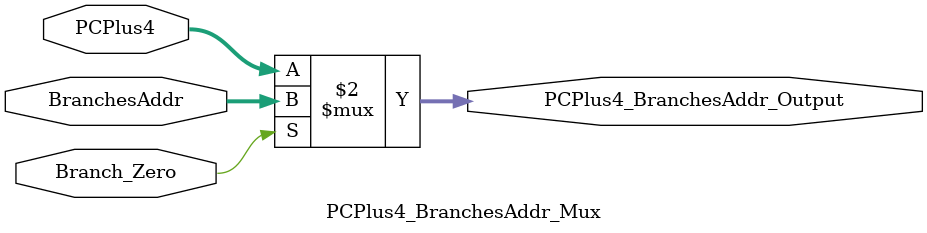
<source format=v>
module PCPlus4_BranchesAddr_Mux (PCPlus4_BranchesAddr_Output, Branch_Zero , BranchesAddr , PCPlus4) ;

  // Scalers 
  
    input Branch_Zero ; 
  
  // Vectors 
  
   input      [31:0] BranchesAddr , PCPlus4 ; 
	
	output  [31:0] PCPlus4_BranchesAddr_Output ;
	
  /***********************************/
  
  // Select either 'PCPlus4' from the register file or the BranchesAddr as the second input for the Next MUX.
    // if Branch_Zero = 0  --> Output = PCPlus4
    // if Branch_Zero = 1  --> Output = BranchesAddr 
       
		 assign PCPlus4_BranchesAddr_Output =   (!Branch_Zero) ? PCPlus4 : BranchesAddr ;  



endmodule
</source>
